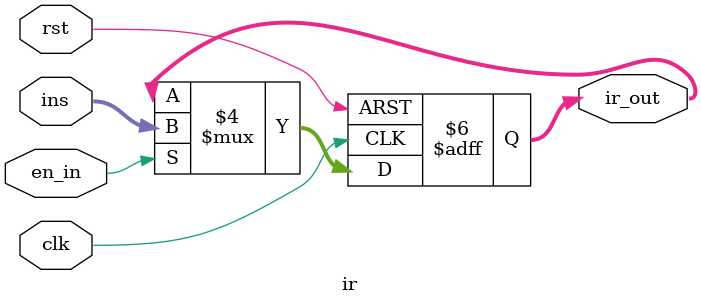
<source format=v>
`timescale 1ns / 1ps  

module ir(
	input             clk   ,
	input             rst   , 
	input      [15:0] ins   ,
	input             en_in ,
	output reg [15:0] ir_out
);

always @ (posedge clk or negedge rst) begin
	if( !rst ) begin
		ir_out <= 16'b000000000000;
	end else begin
		if(en_in) begin
			ir_out <= ins;
		end else begin
			ir_out <= ir_out;
		end
	end
end
endmodule



</source>
